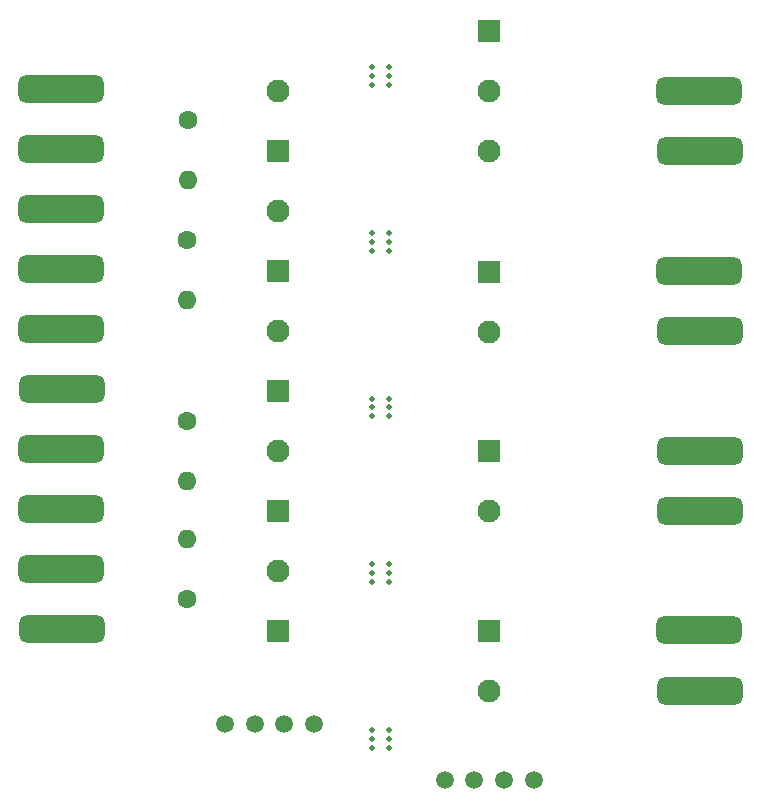
<source format=gbr>
%TF.GenerationSoftware,KiCad,Pcbnew,7.0.10*%
%TF.CreationDate,2024-08-04T06:11:57-04:00*%
%TF.ProjectId,12.X.2 - PLC Connector Combined,31322e58-2e32-4202-9d20-504c4320436f,rev?*%
%TF.SameCoordinates,Original*%
%TF.FileFunction,Soldermask,Bot*%
%TF.FilePolarity,Negative*%
%FSLAX46Y46*%
G04 Gerber Fmt 4.6, Leading zero omitted, Abs format (unit mm)*
G04 Created by KiCad (PCBNEW 7.0.10) date 2024-08-04 06:11:57*
%MOMM*%
%LPD*%
G01*
G04 APERTURE LIST*
G04 Aperture macros list*
%AMRoundRect*
0 Rectangle with rounded corners*
0 $1 Rounding radius*
0 $2 $3 $4 $5 $6 $7 $8 $9 X,Y pos of 4 corners*
0 Add a 4 corners polygon primitive as box body*
4,1,4,$2,$3,$4,$5,$6,$7,$8,$9,$2,$3,0*
0 Add four circle primitives for the rounded corners*
1,1,$1+$1,$2,$3*
1,1,$1+$1,$4,$5*
1,1,$1+$1,$6,$7*
1,1,$1+$1,$8,$9*
0 Add four rect primitives between the rounded corners*
20,1,$1+$1,$2,$3,$4,$5,0*
20,1,$1+$1,$4,$5,$6,$7,0*
20,1,$1+$1,$6,$7,$8,$9,0*
20,1,$1+$1,$8,$9,$2,$3,0*%
G04 Aperture macros list end*
%ADD10R,1.950000X1.950000*%
%ADD11C,1.950000*%
%ADD12C,0.500000*%
%ADD13C,1.600000*%
%ADD14O,1.600000X1.600000*%
%ADD15C,1.498600*%
%ADD16RoundRect,0.572500X3.045750X0.572500X-3.045750X0.572500X-3.045750X-0.572500X3.045750X-0.572500X0*%
G04 APERTURE END LIST*
D10*
%TO.C,J317*%
X110500000Y-87650000D03*
D11*
X110500000Y-92730000D03*
%TD*%
D12*
%TO.C,mouse-bite-2mm-slot*%
X100550000Y-85890000D03*
X102050000Y-85890000D03*
X100550000Y-85140000D03*
X102050000Y-85140000D03*
X100550000Y-84390000D03*
X102050000Y-84390000D03*
%TD*%
%TO.C,mouse-bite-2mm-slot*%
X100550000Y-127950000D03*
X102050000Y-127950000D03*
X100550000Y-127200000D03*
X102050000Y-127200000D03*
X100550000Y-126450000D03*
X102050000Y-126450000D03*
%TD*%
D13*
%TO.C,R204*%
X85008250Y-74782224D03*
D14*
X85008250Y-79862224D03*
%TD*%
D10*
%TO.C,J222*%
X92640000Y-97740000D03*
D11*
X92640000Y-92660000D03*
%TD*%
D13*
%TO.C,R202*%
X84918250Y-100297224D03*
D14*
X84918250Y-105377224D03*
%TD*%
D10*
%TO.C,J224*%
X92640000Y-118060000D03*
D11*
X92640000Y-112980000D03*
%TD*%
D10*
%TO.C,J320*%
X110500000Y-102810000D03*
D11*
X110500000Y-107890000D03*
%TD*%
D13*
%TO.C,R201*%
X84878250Y-115392224D03*
D14*
X84878250Y-110312224D03*
%TD*%
D15*
%TO.C,J226*%
X95660000Y-125970000D03*
X93160000Y-125970000D03*
X90660000Y-125970000D03*
X88160000Y-125970000D03*
%TD*%
D10*
%TO.C,J318*%
X110500000Y-67250000D03*
D11*
X110500000Y-72330000D03*
X110500000Y-77410000D03*
%TD*%
D12*
%TO.C,mouse-bite-2mm-slot*%
X100550000Y-99910000D03*
X102050000Y-99910000D03*
X100550000Y-99160000D03*
X102050000Y-99160000D03*
X100550000Y-98410000D03*
X102050000Y-98410000D03*
%TD*%
%TO.C,mouse-bite-2mm-slot*%
X100550000Y-113920000D03*
X102050000Y-113920000D03*
X100550000Y-113170000D03*
X102050000Y-113170000D03*
X100550000Y-112420000D03*
X102050000Y-112420000D03*
%TD*%
D13*
%TO.C,R203*%
X84918250Y-85002224D03*
D14*
X84918250Y-90082224D03*
%TD*%
D10*
%TO.C,J221*%
X92640000Y-107900000D03*
D11*
X92640000Y-102820000D03*
%TD*%
D10*
%TO.C,J223*%
X92640000Y-77420000D03*
D11*
X92640000Y-72340000D03*
%TD*%
D10*
%TO.C,J225*%
X92640000Y-87580000D03*
D11*
X92640000Y-82500000D03*
%TD*%
D12*
%TO.C,mouse-bite-2mm-slot*%
X100540000Y-71860000D03*
X102040000Y-71860000D03*
X100540000Y-71110000D03*
X102040000Y-71110000D03*
X100540000Y-70360000D03*
X102040000Y-70360000D03*
%TD*%
D10*
%TO.C,J319*%
X110500000Y-118050000D03*
D11*
X110500000Y-123130000D03*
%TD*%
D15*
%TO.C,J321*%
X114260000Y-130690000D03*
X111760000Y-130690000D03*
X109260000Y-130690000D03*
X106760000Y-130690000D03*
%TD*%
D16*
%TO.C,J302*%
X128318250Y-123125000D03*
%TD*%
%TO.C,J314*%
X128328250Y-107885000D03*
%TD*%
%TO.C,J212*%
X74258250Y-112817224D03*
%TD*%
%TO.C,J216*%
X74268250Y-92497224D03*
%TD*%
%TO.C,J213*%
X74268250Y-107737224D03*
%TD*%
%TO.C,J217*%
X74268250Y-87407224D03*
%TD*%
%TO.C,J306*%
X128328250Y-92645000D03*
%TD*%
%TO.C,J219*%
X74238250Y-77247224D03*
%TD*%
%TO.C,J313*%
X128318250Y-102815000D03*
%TD*%
%TO.C,J211*%
X74340000Y-117907224D03*
%TD*%
%TO.C,J301*%
X128308250Y-118035000D03*
%TD*%
%TO.C,J214*%
X74258250Y-102667224D03*
%TD*%
%TO.C,J303*%
X128288250Y-72325000D03*
%TD*%
%TO.C,J304*%
X128311750Y-77405000D03*
%TD*%
%TO.C,J215*%
X74320000Y-97580000D03*
%TD*%
%TO.C,J218*%
X74258250Y-82347224D03*
%TD*%
%TO.C,J305*%
X128308250Y-87565000D03*
%TD*%
%TO.C,J220*%
X74238250Y-72187224D03*
%TD*%
M02*

</source>
